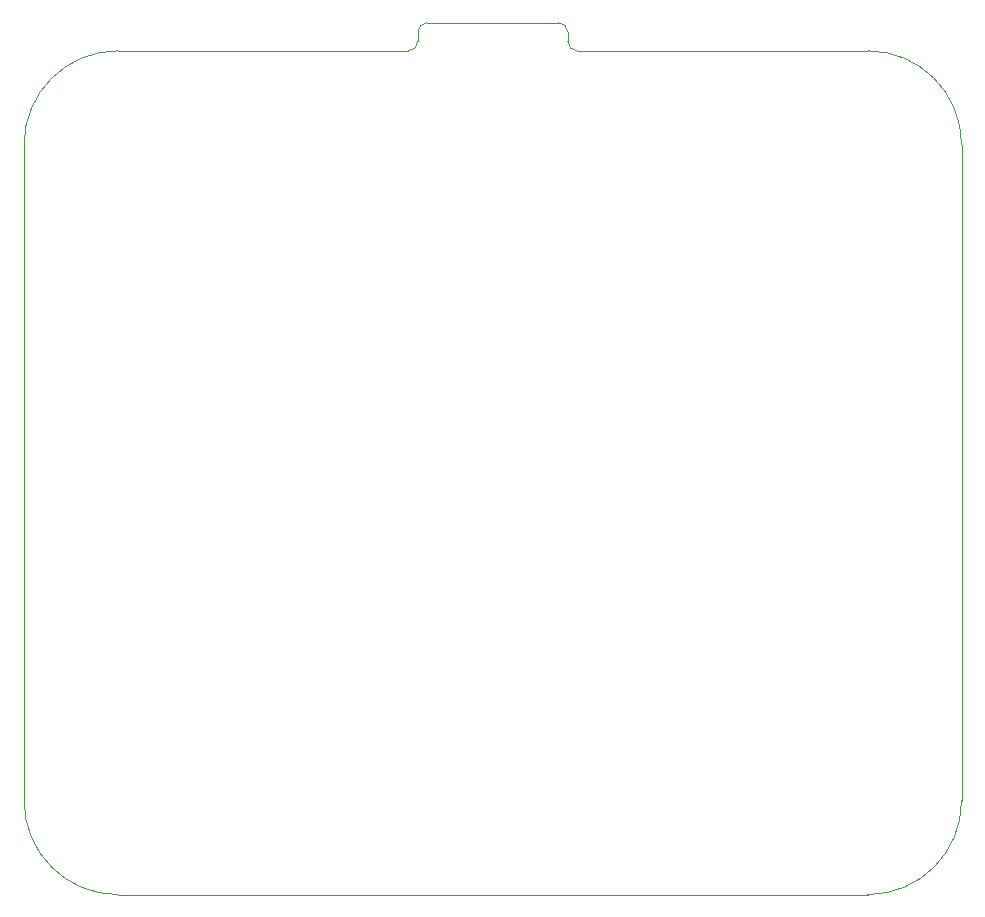
<source format=gm1>
%TF.GenerationSoftware,KiCad,Pcbnew,(6.0.9)*%
%TF.CreationDate,2022-11-13T08:15:32+04:00*%
%TF.ProjectId,osu keyboard,6f737520-6b65-4796-926f-6172642e6b69,rev?*%
%TF.SameCoordinates,Original*%
%TF.FileFunction,Profile,NP*%
%FSLAX46Y46*%
G04 Gerber Fmt 4.6, Leading zero omitted, Abs format (unit mm)*
G04 Created by KiCad (PCBNEW (6.0.9)) date 2022-11-13 08:15:32*
%MOMM*%
%LPD*%
G01*
G04 APERTURE LIST*
%TA.AperFunction,Profile*%
%ADD10C,0.100000*%
%TD*%
G04 APERTURE END LIST*
D10*
X141224050Y-62039500D02*
G75*
G03*
X140430250Y-61245750I-793850J-100D01*
G01*
X166624000Y-135064500D02*
G75*
G03*
X174561500Y-127127000I0J7937500D01*
G01*
X128524000Y-62039500D02*
X128524000Y-62833250D01*
X129317750Y-61245800D02*
G75*
G03*
X128524000Y-62039500I-50J-793700D01*
G01*
X174561500Y-71564500D02*
X174561500Y-127127000D01*
X166624000Y-135064500D02*
X103124000Y-135064500D01*
X129317750Y-61245750D02*
X140430250Y-61245750D01*
X174561500Y-71564500D02*
G75*
G03*
X166624000Y-63627000I-7937500J0D01*
G01*
X95186500Y-127127000D02*
G75*
G03*
X103124000Y-135064500I7937500J0D01*
G01*
X141224000Y-62833250D02*
G75*
G03*
X142017750Y-63627000I793800J50D01*
G01*
X103124000Y-63627000D02*
G75*
G03*
X95186500Y-71564500I0J-7937500D01*
G01*
X127730250Y-63627000D02*
X103124000Y-63627000D01*
X142017750Y-63627000D02*
X166624000Y-63627000D01*
X95186500Y-127127000D02*
X95186500Y-71564500D01*
X127730250Y-63627000D02*
G75*
G03*
X128524000Y-62833250I-50J793800D01*
G01*
X141224000Y-62833250D02*
X141224000Y-62039500D01*
M02*

</source>
